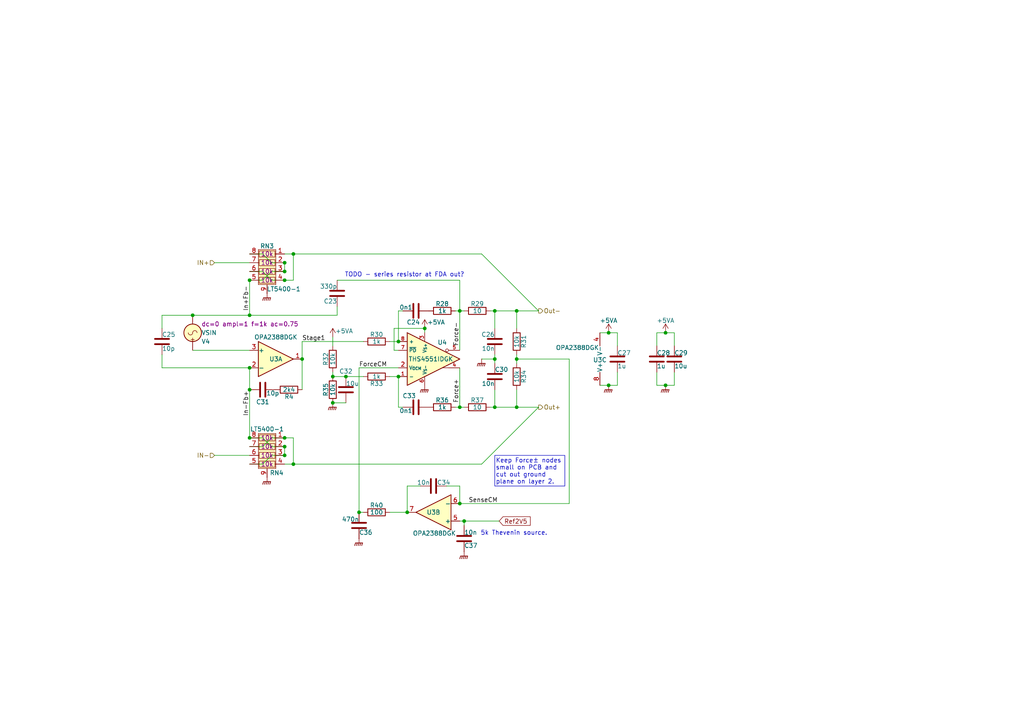
<source format=kicad_sch>
(kicad_sch (version 20250114) (generator "eeschema") (generator_version "9.0")
  (paper "A4")
  (lib_symbols
    (symbol "Amplifier_Difference:THS4521IDGK"
      (property "Reference" "U" (at 0 6.35 0))
      (property "Value" "THS4521IDGK" (at 10.16 -6.35 0))
      (symbol "THS4521IDGK_0_1"
        (polyline (pts (xy 4.4704 -2.54) (xy 2.54 -2.54)))
      )
      (symbol "THS4521IDGK_1_1"
        (polyline (pts (xy -7.62 7.62) (xy -7.62 -7.62) (xy 7.62 0) (xy -7.62 7.62)) (stroke (width 0.254)) (fill (type background)))
        (circle (center 3.937 2.54) (radius 0.4064))
        (pin input line (at -10.16 5.08 0) (length 2.54) (name "+") (number "8"))
        (pin input line (at -10.16 2.54 0) (length 2.54) (name "~{PD}") (number "7"))
        (pin input line (at -10.16 -2.54 0) (length 2.54) (name "V_{OCM}") (number "2"))
        (pin input line (at -10.16 -5.08 0) (length 2.54) (name "-") (number "1"))
        (pin power_in line (at -2.54 7.62 270) (length 2.54) (name "V_{S+}") (number "3"))
        (pin power_in line (at -2.54 -7.62 90) (length 2.54) (name "V_{S-}") (number "6"))
        (pin output line (at 7.62 2.54 180) (length 3.175) (name "") (number "5"))
        (pin output line (at 7.62 -2.54 180) (length 3.175) (name "") (number "4"))
      )
    )
    (symbol "Device:C" (pin_numbers (hide yes)) (pin_names (offset 0.254))
      (property "Reference" "C" (at 0.635 2.54 0))
      (property "Value" "C" (at 0.635 -2.54 0))
      (symbol "C_0_1"
        (polyline (pts (xy -2.032 0.762) (xy 2.032 0.762)) (stroke (width 0.508)))
        (polyline (pts (xy -2.032 -0.762) (xy 2.032 -0.762)) (stroke (width 0.508)))
      )
      (symbol "C_1_1"
        (pin passive line (at 0 3.81 270) (length 2.794) (name "~") (number "1"))
        (pin passive line (at 0 -3.81 90) (length 2.794) (name "~") (number "2"))
      )
    )
    (symbol "Device:R" (pin_numbers (hide yes)) (pin_names (offset 0))
      (property "Reference" "R" (at 2.032 0 90))
      (property "Value" "R" (at 0 0 90))
      (symbol "R_0_1"
        (rectangle (start -1.016 -2.54) (end 1.016 2.54) (stroke (width 0.254)))
      )
      (symbol "R_1_1"
        (pin passive line (at 0 3.81 270) (length 1.27) (name "~") (number "1"))
        (pin passive line (at 0 -3.81 90) (length 1.27) (name "~") (number "2"))
      )
    )
    (symbol "Parts:LT5400"
      (property "Reference" "RN" (at 0 7.366 0))
      (property "Value" "LT5400-1" (at 5.08 -4.826 0))
      (property "R1" "10k" (at 0 5.08 0))
      (property "R2" "10k" (at 0 2.54 0))
      (property "R3" "10k" (at 0 0 0))
      (property "R4" "10k" (at 0 -2.54 0))
      (symbol "LT5400_0_1"
        (polyline (pts (xy -2.54 5.08) (xy -2.286 5.08)))
        (polyline (pts (xy -2.54 2.54) (xy -2.286 2.54)))
        (polyline (pts (xy -2.54 0) (xy -2.286 0)))
        (polyline (pts (xy -2.54 -2.54) (xy -2.286 -2.54)))
        (rectangle (start -2.286 5.969) (end 2.286 4.191))
        (rectangle (start -2.286 3.429) (end 2.286 1.651))
        (rectangle (start -2.286 0.889) (end 2.286 -0.889))
        (rectangle (start -2.286 -1.651) (end 2.286 -3.429))
        (polyline (pts (xy 2.286 5.08) (xy 2.54 5.08)))
        (polyline (pts (xy 2.286 2.54) (xy 2.54 2.54)))
        (polyline (pts (xy 2.286 0) (xy 2.54 0)))
        (polyline (pts (xy 2.286 -2.54) (xy 2.54 -2.54)))
      )
      (symbol "LT5400_1_1"
        (polyline (pts (xy -5.08 0) (xy -5.08 0)))
        (rectangle (start -2.54 6.35) (end 2.54 -3.81) (fill (type background)))
        (pin passive line (at -5.08 5.08 0) (length 2.54) (name "~") (number "1"))
        (pin passive line (at -5.08 2.54 0) (length 2.54) (name "~") (number "2"))
        (pin passive line (at -5.08 0 0) (length 2.54) (name "~") (number "3"))
        (pin passive line (at -5.08 -2.54 0) (length 2.54) (name "~") (number "4"))
        (pin passive line (at 0 -6.35 90) (length 2.54) (name "~") (number "9"))
        (pin passive line (at 5.08 5.08 180) (length 2.54) (name "~") (number "8"))
        (pin passive line (at 5.08 2.54 180) (length 2.54) (name "~") (number "7"))
        (pin passive line (at 5.08 0 180) (length 2.54) (name "~") (number "6"))
        (pin passive line (at 5.08 -2.54 180) (length 2.54) (name "~") (number "5"))
      )
    )
    (symbol "Parts:OPA2388DGK" (pin_names (offset 0.002))
      (property "Reference" "U" (at 0 0 0))
      (property "Value" "OPA2388DGK" (at 3.556 4.572 0))
      (symbol "OPA2388DGK_1_1"
        (polyline (pts (xy 5.08 0) (xy -5.08 5.08) (xy -5.08 -5.08) (xy 5.08 0)) (stroke (width 0.254)) (fill (type background)))
        (pin input line (at -7.62 2.54 0) (length 2.54) (name "+") (number "3"))
        (pin input line (at -7.62 -2.54 0) (length 2.54) (name "-") (number "2"))
        (pin output line (at 7.62 0 180) (length 2.54) (name "~") (number "1"))
      )
      (symbol "OPA2388DGK_2_1"
        (polyline (pts (xy 5.08 0) (xy -5.08 5.08) (xy -5.08 -5.08) (xy 5.08 0)) (stroke (width 0.254)) (fill (type background)))
        (pin input line (at -7.62 2.54 0) (length 2.54) (name "+") (number "5"))
        (pin input line (at -7.62 -2.54 0) (length 2.54) (name "-") (number "6"))
        (pin output line (at 7.62 0 180) (length 2.54) (name "~") (number "7"))
      )
      (symbol "OPA2388DGK_3_1"
        (pin power_in line (at 0 7.62 270) (length 3.81) (name "V+") (number "8"))
        (pin power_in line (at 0 -7.62 90) (length 3.81) (name "V-") (number "4"))
      )
    )
    (symbol "Simulation_SPICE:VSIN" (pin_numbers (hide yes)) (pin_names (offset 0.0254))
      (property "Reference" "V" (at 2.54 2.54 0))
      (property "Value" "VSIN" (at 2.54 0 0))
      (property "Sim.Params" "dc=0 ampl=1 f=1k ac=1" (at 2.54 -2.54 0))
      (symbol "VSIN_0_0"
        (arc (start -1.27 0) (mid -0.635 0.6323) (end 0 0))
        (arc (start 1.27 0) (mid 0.635 -0.6323) (end 0 0))
        (text "+" (at 0 1.905 0) (effects (font (size 1.27 1.27))))
      )
      (symbol "VSIN_0_1"
        (circle (center 0 0) (radius 2.54) (stroke (width 0.254)) (fill (type background)))
      )
      (symbol "VSIN_1_1"
        (pin passive line (at 0 5.08 270) (length 2.54) (name "~") (number "1"))
        (pin passive line (at 0 -5.08 90) (length 2.54) (name "~") (number "2"))
      )
    )
    (symbol "power:+5VA" (power) (pin_numbers (hide yes)) (pin_names (offset 0) (hide yes))
      (property "Value" "+5VA" (at 0 3.556 0))
      (symbol "+5VA_0_1"
        (polyline (pts (xy -0.762 1.27) (xy 0 2.54)))
        (polyline (pts (xy 0 2.54) (xy 0.762 1.27)))
        (polyline (pts (xy 0 0) (xy 0 2.54)))
      )
      (symbol "+5VA_1_1"
        (pin power_in line (at 0 0 90) (length 0) (name "~") (number "1"))
      )
    )
    (symbol "power:GNDPWR" (power) (pin_numbers (hide yes)) (pin_names (offset 0) (hide yes))
      (property "Value" "GNDPWR" (at 0 -3.302 0))
      (symbol "GNDPWR_0_1"
        (polyline (pts (xy -1.016 -1.27) (xy -1.27 -2.032) (xy -1.27 -2.032)) (stroke (width 0.2032)))
        (polyline (pts (xy -0.508 -1.27) (xy -0.762 -2.032) (xy -0.762 -2.032)) (stroke (width 0.2032)))
        (polyline (pts (xy 0 -1.27) (xy 0 0)))
        (polyline (pts (xy 0 -1.27) (xy -0.254 -2.032) (xy -0.254 -2.032)) (stroke (width 0.2032)))
        (polyline (pts (xy 0.508 -1.27) (xy 0.254 -2.032) (xy 0.254 -2.032)) (stroke (width 0.2032)))
        (polyline (pts (xy 1.016 -1.27) (xy -1.016 -1.27) (xy -1.016 -1.27)) (stroke (width 0.2032)))
        (polyline (pts (xy 1.016 -1.27) (xy 0.762 -2.032) (xy 0.762 -2.032) (xy 0.762 -2.032)) (stroke (width 0.2032)))
      )
      (symbol "GNDPWR_1_1"
        (pin power_in line (at 0 0 270) (length 0) (name "~") (number "1"))
      )
    )
  )
  (text "5k Thevenin source." (at 149.098 154.686 0) (effects (font (size 1.27 1.27))))
  (text "TODO - series resistor at FDA out?" (at 117.348 79.756 0) (effects (font (size 1.27 1.27))))
  (text_box "Keep Force± nodes small on PCB and cut out ground plane on layer 2." (at 143.51 132.08 0) (size 20.3199 8.89) (margins 0.254 0.254 0.254 0.254) (effects (font (size 1.27 1.27)) (justify left)))
  (junction (at 104.14 148.59))
  (junction (at 96.52 109.22))
  (junction (at 133.35 118.11))
  (junction (at 118.11 148.59))
  (junction (at 193.04 96.52))
  (junction (at 82.55 132.08))
  (junction (at 176.53 111.76))
  (junction (at 82.55 129.54))
  (junction (at 115.57 99.06))
  (junction (at 82.55 76.2))
  (junction (at 82.55 78.74))
  (junction (at 134.62 151.13))
  (junction (at 143.51 104.14))
  (junction (at 82.55 127))
  (junction (at 133.35 90.17))
  (junction (at 100.33 109.22))
  (junction (at 123.19 95.25))
  (junction (at 85.09 73.66))
  (junction (at 149.86 104.14))
  (junction (at 143.51 118.11))
  (junction (at 72.39 81.28))
  (junction (at 96.52 116.84))
  (junction (at 72.39 113.03))
  (junction (at 87.63 104.14))
  (junction (at 55.88 91.44))
  (junction (at 133.35 146.05))
  (junction (at 115.57 109.22))
  (junction (at 82.55 81.28))
  (junction (at 143.51 90.17))
  (junction (at 72.39 106.68))
  (junction (at 72.39 127))
  (junction (at 149.86 90.17))
  (junction (at 85.09 134.62))
  (junction (at 176.53 96.52))
  (junction (at 193.04 111.76))
  (junction (at 149.86 118.11))
  (junction (at 72.39 91.44))
  (wire (pts (xy 72.39 81.28) (xy 72.39 91.44)))
  (wire (pts (xy 121.92 140.97) (xy 118.11 140.97)))
  (wire (pts (xy 72.39 113.03) (xy 72.39 127)))
  (wire (pts (xy 85.09 134.62) (xy 139.7 134.62)))
  (wire (pts (xy 78.74 81.28) (xy 76.2 78.74)))
  (wire (pts (xy 156.21 118.11) (xy 139.7 134.62)))
  (wire (pts (xy 116.84 118.11) (xy 115.57 118.11)))
  (wire (pts (xy 134.62 151.13) (xy 144.78 151.13)))
  (wire (pts (xy 115.57 106.68) (xy 104.14 106.68)))
  (wire (pts (xy 156.21 90.17) (xy 139.7 73.66)))
  (wire (pts (xy 72.39 78.74) (xy 76.2 78.74)))
  (wire (pts (xy 129.54 140.97) (xy 133.35 140.97)))
  (wire (pts (xy 142.24 118.11) (xy 143.51 118.11)))
  (wire (pts (xy 133.35 81.28) (xy 133.35 90.17)))
  (wire (pts (xy 195.58 100.33) (xy 195.58 96.52)))
  (wire (pts (xy 115.57 90.17) (xy 116.84 90.17)))
  (wire (pts (xy 149.86 113.03) (xy 149.86 118.11)))
  (wire (pts (xy 55.88 101.6) (xy 72.39 101.6)))
  (wire (pts (xy 143.51 90.17) (xy 149.86 90.17)))
  (wire (pts (xy 195.58 111.76) (xy 193.04 111.76)))
  (wire (pts (xy 87.63 104.14) (xy 87.63 99.06)))
  (wire (pts (xy 143.51 105.41) (xy 143.51 104.14)))
  (wire (pts (xy 133.35 118.11) (xy 134.62 118.11)))
  (wire (pts (xy 115.57 90.17) (xy 115.57 99.06)))
  (wire (pts (xy 87.63 99.06) (xy 105.41 99.06)))
  (wire (pts (xy 143.51 113.03) (xy 143.51 118.11)))
  (wire (pts (xy 114.3 95.25) (xy 123.19 95.25)))
  (wire (pts (xy 190.5 100.33) (xy 190.5 96.52)))
  (wire (pts (xy 115.57 101.6) (xy 114.3 101.6)))
  (wire (pts (xy 55.88 91.44) (xy 72.39 91.44)))
  (wire (pts (xy 72.39 127) (xy 76.2 127)))
  (wire (pts (xy 179.07 96.52) (xy 179.07 100.33)))
  (wire (pts (xy 87.63 104.14) (xy 87.63 113.03)))
  (wire (pts (xy 100.33 116.84) (xy 96.52 116.84)))
  (wire (pts (xy 82.55 132.08) (xy 82.55 129.54)))
  (wire (pts (xy 97.79 81.28) (xy 133.35 81.28)))
  (wire (pts (xy 72.39 106.68) (xy 72.39 113.03)))
  (wire (pts (xy 96.52 107.95) (xy 96.52 109.22)))
  (wire (pts (xy 113.03 148.59) (xy 118.11 148.59)))
  (wire (pts (xy 118.11 140.97) (xy 118.11 148.59)))
  (wire (pts (xy 133.35 90.17) (xy 134.62 90.17)))
  (wire (pts (xy 139.7 104.14) (xy 143.51 104.14)))
  (wire (pts (xy 143.51 104.14) (xy 143.51 102.87)))
  (wire (pts (xy 96.52 109.22) (xy 100.33 109.22)))
  (wire (pts (xy 85.09 134.62) (xy 85.09 127)))
  (wire (pts (xy 113.03 109.22) (xy 115.57 109.22)))
  (wire (pts (xy 134.62 152.4) (xy 134.62 151.13)))
  (wire (pts (xy 72.39 134.62) (xy 76.2 134.62)))
  (wire (pts (xy 195.58 96.52) (xy 193.04 96.52)))
  (wire (pts (xy 72.39 91.44) (xy 97.79 91.44)))
  (wire (pts (xy 190.5 107.95) (xy 190.5 111.76)))
  (wire (pts (xy 85.09 73.66) (xy 139.7 73.66)))
  (wire (pts (xy 176.53 111.76) (xy 179.07 111.76)))
  (wire (pts (xy 82.55 132.08) (xy 78.74 132.08)))
  (wire (pts (xy 173.99 96.52) (xy 176.53 96.52)))
  (wire (pts (xy 133.35 90.17) (xy 133.35 101.6)))
  (wire (pts (xy 114.3 95.25) (xy 114.3 101.6)))
  (wire (pts (xy 193.04 111.76) (xy 190.5 111.76)))
  (wire (pts (xy 78.74 132.08) (xy 76.2 134.62)))
  (wire (pts (xy 82.55 134.62) (xy 85.09 134.62)))
  (wire (pts (xy 143.51 118.11) (xy 149.86 118.11)))
  (wire (pts (xy 193.04 96.52) (xy 190.5 96.52)))
  (wire (pts (xy 82.55 127) (xy 85.09 127)))
  (wire (pts (xy 133.35 140.97) (xy 133.35 146.05)))
  (wire (pts (xy 82.55 73.66) (xy 85.09 73.66)))
  (wire (pts (xy 149.86 104.14) (xy 165.1 104.14)))
  (wire (pts (xy 78.74 76.2) (xy 76.2 73.66)))
  (wire (pts (xy 179.07 107.95) (xy 179.07 111.76)))
  (wire (pts (xy 176.53 96.52) (xy 179.07 96.52)))
  (wire (pts (xy 76.2 81.28) (xy 78.74 78.74)))
  (wire (pts (xy 149.86 104.14) (xy 149.86 105.41)))
  (wire (pts (xy 115.57 118.11) (xy 115.57 109.22)))
  (wire (pts (xy 82.55 76.2) (xy 82.55 78.74)))
  (wire (pts (xy 133.35 151.13) (xy 134.62 151.13)))
  (wire (pts (xy 123.19 95.25) (xy 123.19 96.52)))
  (wire (pts (xy 78.74 127) (xy 82.55 127)))
  (wire (pts (xy 72.39 73.66) (xy 76.2 73.66)))
  (wire (pts (xy 165.1 104.14) (xy 165.1 146.05)))
  (wire (pts (xy 46.99 91.44) (xy 55.88 91.44)))
  (wire (pts (xy 96.52 97.79) (xy 96.52 100.33)))
  (wire (pts (xy 46.99 102.87) (xy 46.99 106.68)))
  (wire (pts (xy 85.09 73.66) (xy 85.09 81.28)))
  (wire (pts (xy 132.08 118.11) (xy 133.35 118.11)))
  (wire (pts (xy 78.74 127) (xy 76.2 129.54)))
  (wire (pts (xy 195.58 107.95) (xy 195.58 111.76)))
  (wire (pts (xy 46.99 91.44) (xy 46.99 95.25)))
  (wire (pts (xy 133.35 146.05) (xy 165.1 146.05)))
  (wire (pts (xy 78.74 81.28) (xy 82.55 81.28)))
  (wire (pts (xy 62.23 132.08) (xy 72.39 132.08)))
  (wire (pts (xy 104.14 106.68) (xy 104.14 148.59)))
  (wire (pts (xy 82.55 81.28) (xy 85.09 81.28)))
  (wire (pts (xy 72.39 129.54) (xy 76.2 129.54)))
  (wire (pts (xy 113.03 99.06) (xy 115.57 99.06)))
  (wire (pts (xy 142.24 90.17) (xy 143.51 90.17)))
  (wire (pts (xy 149.86 118.11) (xy 156.21 118.11)))
  (wire (pts (xy 133.35 106.68) (xy 133.35 118.11)))
  (wire (pts (xy 149.86 90.17) (xy 149.86 95.25)))
  (wire (pts (xy 82.55 76.2) (xy 78.74 76.2)))
  (wire (pts (xy 78.74 129.54) (xy 82.55 129.54)))
  (wire (pts (xy 76.2 127) (xy 78.74 129.54)))
  (wire (pts (xy 62.23 76.2) (xy 72.39 76.2)))
  (wire (pts (xy 46.99 106.68) (xy 72.39 106.68)))
  (wire (pts (xy 100.33 109.22) (xy 105.41 109.22)))
  (wire (pts (xy 72.39 81.28) (xy 76.2 81.28)))
  (wire (pts (xy 149.86 102.87) (xy 149.86 104.14)))
  (wire (pts (xy 143.51 90.17) (xy 143.51 95.25)))
  (wire (pts (xy 149.86 90.17) (xy 156.21 90.17)))
  (wire (pts (xy 97.79 91.44) (xy 97.79 88.9)))
  (wire (pts (xy 104.14 148.59) (xy 105.41 148.59)))
  (wire (pts (xy 132.08 90.17) (xy 133.35 90.17)))
  (wire (pts (xy 78.74 78.74) (xy 82.55 78.74)))
  (wire (pts (xy 173.99 111.76) (xy 176.53 111.76)))
  (label "Stage1" (at 87.63 99.06 0))
  (label "In-Fb+" (at 72.39 120.65 90))
  (label "Force-" (at 133.35 100.33 90))
  (label "Force+" (at 133.35 116.84 90))
  (label "SenseCM" (at 135.89 146.05 0))
  (label "ForceCM" (at 104.14 106.68 0))
  (label "In+Fb-" (at 72.39 90.17 90))
  (global_label "Ref2V5" (shape input) (at 144.78 151.13 0) (property "Intersheetrefs" "${INTERSHEET_REFS}" (effects (hide yes))))
  (hierarchical_label "IN-" (shape input) (at 62.23 132.08 180))
  (hierarchical_label "Out-" (shape output) (at 156.21 90.17 0))
  (hierarchical_label "Out+" (shape output) (at 156.21 118.11 0))
  (hierarchical_label "IN+" (shape input) (at 62.23 76.2 180))
  (symbol (lib_id "Device:C") (at 125.73 140.97 90) (unit 1)
    (property "Reference" "C34" (at 126.746 139.954 90) (effects (justify right)))
    (property "Value" "10n" (at 124.714 139.954 90) (effects (justify left)))
    (property "Footprint" "Capacitor_SMD:C_0603_1608Metric" (effects (hide yes)))
    (property "Datasheet" "25V, C0G" (effects (hide yes)))
    (property "Description" "Unpolarized capacitor" (effects (hide yes)))
    (property "LCSC" "C307500" (effects (hide yes)))
  )
  (symbol (lib_id "power:+5VA") (at 96.52 97.79 0) (unit 1)
    (property "Reference" "#PWR0101" (effects (hide yes)))
    (property "Value" "+5VA" (at 99.822 96.012 0))
    (property "Description" "Power symbol creates a global label with name \"+5VA\"" (effects (hide yes)))
  )
  (symbol (lib_id "power:+5VA") (at 176.53 96.52 0) (unit 1)
    (property "Reference" "#PWR0109" (effects (hide yes)))
    (property "Value" "+5VA" (at 176.53 92.964 0))
    (property "Description" "Power symbol creates a global label with name \"+5VA\"" (effects (hide yes)))
  )
  (symbol (lib_id "Device:R") (at 149.86 99.06 0) (unit 1) (in_bom no)
    (property "Reference" "R31" (at 151.892 99.06 90))
    (property "Value" "10k" (at 149.86 99.06 90))
    (property "Footprint" "Resistor_SMD:R_0603_1608Metric" (effects (hide yes)))
    (property "Datasheet" "0.1%, 10ppm/°C" (effects (hide yes)))
    (property "Description" "Resistor" (effects (hide yes)))
  )
  (symbol (lib_id "power:GNDPWR") (at 104.14 156.21 0) (unit 1)
    (property "Reference" "#PWR0105" (effects (hide yes)))
    (property "Value" "GNDPWR" (effects (hide yes)))
    (property "Description" "Power symbol creates a global label with name \"GNDPWR\" , global ground" (effects (hide yes)))
  )
  (symbol (lib_id "Parts:OPA2388DGK") (at 125.73 148.59 180) (unit 2) (in_bom no)
    (property "Reference" "U3" (at 125.73 148.59 0))
    (property "Value" "OPA2388DGK" (at 125.984 154.686 0))
    (property "Footprint" "Parts:OPA2388" (effects (hide yes)))
    (property "Datasheet" "http://www.ti.com/lit/ds/symlink/opa2388.pdf" (effects (hide yes)))
    (property "Description" "Dual 5V, Precision, Rail-to-Rail Input/Output, Zero-drift, Operational Amplifier, SOIC-8" (effects (hide yes)))
    (property "LCSC" "C1517414" (effects (hide yes)))
    (property "Sim.Library" "spice/ideal.lib" (effects (hide yes)))
    (property "Sim.Name" "DualIdealOpAmp" (effects (hide yes)))
    (property "Sim.Device" "SUBCKT" (effects (hide yes)))
    (property "Sim.Pins" "1=out1 2=in1- 3=in1+ 5=in2+ 6=in2- 7=out2" (effects (hide yes)))
    (property "Sim.Params" "icap=1f" (effects (hide yes)))
  )
  (symbol (lib_id "Device:R") (at 149.86 109.22 0) (unit 1) (in_bom no)
    (property "Reference" "R34" (at 151.892 109.22 90))
    (property "Value" "10k" (at 149.86 109.22 90))
    (property "Footprint" "Resistor_SMD:R_0603_1608Metric" (effects (hide yes)))
    (property "Datasheet" "0.1%, 10ppm/°C" (effects (hide yes)))
    (property "Description" "Resistor" (effects (hide yes)))
  )
  (symbol (lib_id "power:GNDPWR") (at 123.19 111.76 0) (unit 1)
    (property "Reference" "#PWR0111" (effects (hide yes)))
    (property "Value" "GNDPWR" (effects (hide yes)))
    (property "Description" "Power symbol creates a global label with name \"GNDPWR\" , global ground" (effects (hide yes)))
  )
  (symbol (lib_id "Device:R") (at 138.43 118.11 270) (unit 1)
    (property "Reference" "R37" (at 138.43 116.078 90))
    (property "Value" "10" (at 138.43 118.11 90))
    (property "Footprint" "Resistor_SMD:R_0402_1005Metric" (effects (hide yes)))
    (property "Description" "Resistor" (effects (hide yes)))
    (property "LCSC" "C25076" (effects (hide yes)))
  )
  (symbol (lib_id "Device:C") (at 46.99 99.06 0) (unit 1)
    (property "Reference" "C25" (at 46.99 97.028 0) (effects (justify left)))
    (property "Value" "10p" (at 46.99 101.092 0) (effects (justify left)))
    (property "Description" "Unpolarized capacitor" (effects (hide yes)))
  )
  (symbol (lib_id "Device:C") (at 190.5 104.14 0) (unit 1)
    (property "Reference" "C28" (at 190.5 102.362 0) (effects (justify left)))
    (property "Value" "1u" (at 190.5 106.172 0) (effects (justify left)))
    (property "Footprint" "Capacitor_SMD:C_0402_1005Metric" (effects (hide yes)))
    (property "Datasheet" "25V" (effects (hide yes)))
    (property "Description" "Unpolarized capacitor" (effects (hide yes)))
    (property "LCSC" "C52923" (effects (hide yes)))
  )
  (symbol (lib_id "Device:R") (at 128.27 90.17 270) (mirror x) (unit 1)
    (property "Reference" "R28" (at 128.27 88.138 90))
    (property "Value" "1k" (at 128.27 90.17 90))
    (property "Footprint" "Resistor_SMD:R_0603_1608Metric" (effects (hide yes)))
    (property "Description" "Resistor" (effects (hide yes)))
    (property "LCSC" "C23350" (effects (hide yes)))
  )
  (symbol (lib_id "Device:C") (at 179.07 104.14 0) (unit 1)
    (property "Reference" "C27" (at 179.07 102.362 0) (effects (justify left)))
    (property "Value" "1u" (at 179.07 106.172 0) (effects (justify left)))
    (property "Footprint" "Capacitor_SMD:C_0402_1005Metric" (effects (hide yes)))
    (property "Datasheet" "25V" (effects (hide yes)))
    (property "Description" "Unpolarized capacitor" (effects (hide yes)))
    (property "LCSC" "C52923" (effects (hide yes)))
  )
  (symbol (lib_id "Device:C") (at 120.65 90.17 90) (unit 1)
    (property "Reference" "C24" (at 119.888 93.472 90))
    (property "Value" "0n1" (at 119.634 89.154 90) (effects (justify left)))
    (property "Footprint" "Capacitor_SMD:C_0603_1608Metric" (effects (hide yes)))
    (property "Datasheet" "Easy swap" (effects (hide yes)))
    (property "Description" "Unpolarized capacitor" (effects (hide yes)))
    (property "LCSC" "C14858" (effects (hide yes)))
  )
  (symbol (lib_id "Device:C") (at 134.62 156.21 0) (mirror y) (unit 1)
    (property "Reference" "C37" (at 134.62 158.242 0) (effects (justify right)))
    (property "Value" "10n" (at 134.62 154.432 0) (effects (justify right)))
    (property "Footprint" "Capacitor_SMD:C_0603_1608Metric" (effects (hide yes)))
    (property "Datasheet" "25V, C0G" (effects (hide yes)))
    (property "Description" "Unpolarized capacitor" (effects (hide yes)))
    (property "LCSC" "C307500" (effects (hide yes)))
  )
  (symbol (lib_id "Device:R") (at 83.82 113.03 270) (unit 1)
    (property "Reference" "R4" (at 83.82 115.062 90))
    (property "Value" "2k4" (at 83.82 113.03 90))
    (property "Description" "Resistor" (effects (hide yes)))
  )
  (symbol (lib_id "power:GNDPWR") (at 139.7 104.14 0) (unit 1)
    (property "Reference" "#PWR0108" (effects (hide yes)))
    (property "Value" "GNDPWR" (effects (hide yes)))
    (property "Description" "Power symbol creates a global label with name \"GNDPWR\" , global ground" (effects (hide yes)))
  )
  (symbol (lib_id "Parts:LT5400") (at 77.47 78.74 0) (mirror y) (unit 1)
    (property "Reference" "RN3" (at 77.47 71.374 0))
    (property "Value" "LT5400-1" (at 82.296 83.82 0))
    (property "Footprint" "Parts:MSOP-8-1EP_3x3mm_P0.65mm_EP1.68x1.88mm" (effects (hide yes)))
    (property "Datasheet" "0.2ppm/°C matching" (effects (hide yes)))
    (property "Description" "4 resistor network, parallel topology" (effects (hide yes)))
    (property "LCSC" "C1358072" (effects (hide yes)))
    (property "R1" "10k" (at 77.47 73.66 0))
    (property "R2" "10k" (at 77.47 76.2 0))
    (property "R3" "10k" (at 77.47 78.74 0))
    (property "R4" "10k" (at 77.47 81.28 0))
    (property "Sim.Library" "spice/lt5400.lib" (effects (hide yes)))
    (property "Sim.Name" "LT5400-1" (effects (hide yes)))
    (property "Sim.Device" "SUBCKT" (effects (hide yes)))
    (property "Sim.Pins" "1=a1 2=b1 3=c1 4=d1 5=d2 6=c2 7=b2 8=a2 9=pad" (effects (hide yes)))
  )
  (symbol (lib_id "power:GNDPWR") (at 77.47 85.09 0) (unit 1)
    (property "Reference" "#PWR0104" (effects (hide yes)))
    (property "Value" "GNDPWR" (effects (hide yes)))
    (property "Description" "Power symbol creates a global label with name \"GNDPWR\" , global ground" (effects (hide yes)))
  )
  (symbol (lib_id "Parts:OPA2388DGK") (at 173.99 104.14 0) (mirror x) (unit 3) (in_bom no)
    (property "Reference" "U3" (at 173.99 104.394 0))
    (property "Value" "OPA2388DGK" (at 173.736 100.838 0) (effects (justify right)))
    (property "Footprint" "Parts:OPA2388" (effects (hide yes)))
    (property "Datasheet" "http://www.ti.com/lit/ds/symlink/opa2388.pdf" (effects (hide yes)))
    (property "Description" "Dual 5V, Precision, Rail-to-Rail Input/Output, Zero-drift, Operational Amplifier, SOIC-8" (effects (hide yes)))
    (property "LCSC" "C1517414" (effects (hide yes)))
    (property "Sim.Library" "spice/ideal.lib" (effects (hide yes)))
    (property "Sim.Name" "DualIdealOpAmp" (effects (hide yes)))
    (property "Sim.Device" "SUBCKT" (effects (hide yes)))
    (property "Sim.Pins" "1=out1 2=in1- 3=in1+ 5=in2+ 6=in2- 7=out2" (effects (hide yes)))
    (property "Sim.Params" "icap=1f" (effects (hide yes)))
  )
  (symbol (lib_id "power:GNDPWR") (at 193.04 111.76 0) (unit 1)
    (property "Reference" "#PWR0116" (effects (hide yes)))
    (property "Value" "GNDPWR" (effects (hide yes)))
    (property "Description" "Power symbol creates a global label with name \"GNDPWR\" , global ground" (effects (hide yes)))
  )
  (symbol (lib_id "power:GNDPWR") (at 77.47 138.43 0) (unit 1)
    (property "Reference" "#PWR0103" (effects (hide yes)))
    (property "Value" "GNDPWR" (effects (hide yes)))
    (property "Description" "Power symbol creates a global label with name \"GNDPWR\" , global ground" (effects (hide yes)))
  )
  (symbol (lib_id "Device:C") (at 104.14 152.4 0) (mirror y) (unit 1)
    (property "Reference" "C36" (at 104.14 154.432 0) (effects (justify right)))
    (property "Value" "470n" (at 104.14 150.622 0) (effects (justify left)))
    (property "Footprint" "Capacitor_SMD:C_0402_1005Metric" (effects (hide yes)))
    (property "Datasheet" "10V" (effects (hide yes)))
    (property "Description" "Unpolarized capacitor" (effects (hide yes)))
    (property "LCSC" "C47339" (effects (hide yes)))
  )
  (symbol (lib_id "power:GNDPWR") (at 134.62 160.02 0) (unit 1)
    (property "Reference" "#PWR0107" (effects (hide yes)))
    (property "Value" "GNDPWR" (effects (hide yes)))
    (property "Description" "Power symbol creates a global label with name \"GNDPWR\" , global ground" (effects (hide yes)))
  )
  (symbol (lib_id "Device:C") (at 143.51 109.22 180) (unit 1)
    (property "Reference" "C30" (at 143.51 107.188 0) (effects (justify right)))
    (property "Value" "10n" (at 143.51 111.252 0) (effects (justify left)))
    (property "Footprint" "Capacitor_SMD:C_0603_1608Metric" (effects (hide yes)))
    (property "Datasheet" "25V, C0G" (effects (hide yes)))
    (property "Description" "Unpolarized capacitor" (effects (hide yes)))
    (property "LCSC" "C307500" (effects (hide yes)))
  )
  (symbol (lib_id "power:GNDPWR") (at 176.53 111.76 0) (unit 1)
    (property "Reference" "#PWR0113" (effects (hide yes)))
    (property "Value" "GNDPWR" (effects (hide yes)))
    (property "Description" "Power symbol creates a global label with name \"GNDPWR\" , global ground" (effects (hide yes)))
  )
  (symbol (lib_id "Device:R") (at 109.22 148.59 90) (unit 1)
    (property "Reference" "R40" (at 109.22 146.558 90))
    (property "Value" "100" (at 109.22 148.59 90))
    (property "Footprint" "Resistor_SMD:R_0402_1005Metric" (effects (hide yes)))
    (property "Description" "Resistor" (effects (hide yes)))
    (property "LCSC" "C25076" (effects (hide yes)))
  )
  (symbol (lib_id "Device:R") (at 138.43 90.17 270) (unit 1)
    (property "Reference" "R29" (at 138.43 88.138 90))
    (property "Value" "10" (at 138.43 90.17 90))
    (property "Footprint" "Resistor_SMD:R_0402_1005Metric" (effects (hide yes)))
    (property "Description" "Resistor" (effects (hide yes)))
    (property "LCSC" "C25076" (effects (hide yes)))
  )
  (symbol (lib_id "Device:C") (at 195.58 104.14 0) (unit 1)
    (property "Reference" "C29" (at 195.58 102.362 0) (effects (justify left)))
    (property "Value" "10u" (at 195.58 106.172 0) (effects (justify left)))
    (property "Footprint" "Capacitor_SMD:C_0603_1608Metric" (effects (hide yes)))
    (property "Datasheet" "25V" (effects (hide yes)))
    (property "Description" "Unpolarized capacitor" (effects (hide yes)))
    (property "LCSC" "C96446" (effects (hide yes)))
  )
  (symbol (lib_id "Device:C") (at 120.65 118.11 270) (unit 1)
    (property "Reference" "C33" (at 120.65 114.808 90) (effects (justify right)))
    (property "Value" "0n1" (at 119.634 119.126 90) (effects (justify right)))
    (property "Footprint" "Capacitor_SMD:C_0603_1608Metric" (effects (hide yes)))
    (property "Datasheet" "Easy swap" (effects (hide yes)))
    (property "Description" "Unpolarized capacitor" (effects (hide yes)))
    (property "LCSC" "C14858" (effects (hide yes)))
  )
  (symbol (lib_id "Device:R") (at 109.22 109.22 270) (unit 1)
    (property "Reference" "R33" (at 109.22 111.252 90))
    (property "Value" "1k" (at 109.22 109.22 90))
    (property "Footprint" "Resistor_SMD:R_0603_1608Metric" (effects (hide yes)))
    (property "Description" "Resistor" (effects (hide yes)))
    (property "LCSC" "C23350" (effects (hide yes)))
  )
  (symbol (lib_id "power:+5VA") (at 193.04 96.52 0) (unit 1)
    (property "Reference" "#PWR0112" (effects (hide yes)))
    (property "Value" "+5VA" (at 193.04 92.964 0))
    (property "Description" "Power symbol creates a global label with name \"+5VA\"" (effects (hide yes)))
  )
  (symbol (lib_id "Device:R") (at 109.22 99.06 270) (mirror x) (unit 1)
    (property "Reference" "R30" (at 109.22 97.028 90))
    (property "Value" "1k" (at 109.22 99.06 90))
    (property "Footprint" "Resistor_SMD:R_0603_1608Metric" (effects (hide yes)))
    (property "Description" "Resistor" (effects (hide yes)))
    (property "LCSC" "C23350" (effects (hide yes)))
  )
  (symbol (lib_id "Device:C") (at 97.79 85.09 0) (unit 1)
    (property "Reference" "C23" (at 97.79 87.376 0) (effects (justify right)))
    (property "Value" "330p" (at 97.79 83.058 0) (effects (justify right)))
    (property "Footprint" "Capacitor_SMD:C_0603_1608Metric" (effects (hide yes)))
    (property "Datasheet" "Easy swap" (effects (hide yes)))
    (property "Description" "Unpolarized capacitor" (effects (hide yes)))
  )
  (symbol (lib_id "Device:R") (at 96.52 104.14 0) (mirror x) (unit 1)
    (property "Reference" "R32" (at 94.488 104.14 90))
    (property "Value" "10k" (at 96.52 104.14 90))
    (property "Footprint" "Resistor_SMD:R_0402_1005Metric" (effects (hide yes)))
    (property "Description" "Resistor" (effects (hide yes)))
    (property "LCSC" "C25744" (effects (hide yes)))
  )
  (symbol (lib_id "Device:R") (at 96.52 113.03 0) (unit 1)
    (property "Reference" "R35" (at 94.488 113.03 90))
    (property "Value" "10k" (at 96.52 113.03 90))
    (property "Footprint" "Resistor_SMD:R_0402_1005Metric" (effects (hide yes)))
    (property "Description" "Resistor" (effects (hide yes)))
    (property "LCSC" "C25744" (effects (hide yes)))
  )
  (symbol (lib_id "Device:C") (at 76.2 113.03 270) (unit 1)
    (property "Reference" "C31" (at 76.2 116.586 90))
    (property "Value" "10p" (at 77.216 114.046 90) (effects (justify left)))
    (property "Footprint" "Capacitor_SMD:C_0603_1608Metric" (effects (hide yes)))
    (property "Datasheet" "Easy swap" (effects (hide yes)))
    (property "Description" "Unpolarized capacitor" (effects (hide yes)))
  )
  (symbol (lib_id "Parts:OPA2388DGK") (at 80.01 104.14 0) (unit 1) (in_bom no)
    (property "Reference" "U3" (at 80.01 104.14 0))
    (property "Value" "OPA2388DGK" (at 80.01 97.79 0))
    (property "Footprint" "Parts:OPA2388" (effects (hide yes)))
    (property "Datasheet" "http://www.ti.com/lit/ds/symlink/opa2388.pdf" (effects (hide yes)))
    (property "Description" "Dual 5V, Precision, Rail-to-Rail Input/Output, Zero-drift, Operational Amplifier, SOIC-8" (effects (hide yes)))
    (property "LCSC" "C1517414" (effects (hide yes)))
    (property "Sim.Library" "spice/ideal.lib" (effects (hide yes)))
    (property "Sim.Name" "DualIdealOpAmp" (effects (hide yes)))
    (property "Sim.Device" "SUBCKT" (effects (hide yes)))
    (property "Sim.Pins" "1=out1 2=in1- 3=in1+ 5=in2+ 6=in2- 7=out2" (effects (hide yes)))
    (property "Sim.Params" "icap=1f" (effects (hide yes)))
  )
  (symbol (lib_id "Device:C") (at 100.33 113.03 0) (mirror y) (unit 1)
    (property "Reference" "C32" (at 100.33 107.696 0))
    (property "Value" "10u" (at 100.33 111.252 0) (effects (justify right)))
    (property "Footprint" "Capacitor_SMD:C_0603_1608Metric" (effects (hide yes)))
    (property "Datasheet" "25V" (effects (hide yes)))
    (property "Description" "Unpolarized capacitor" (effects (hide yes)))
    (property "LCSC" "C96446" (effects (hide yes)))
  )
  (symbol (lib_id "Device:C") (at 143.51 99.06 0) (mirror y) (unit 1)
    (property "Reference" "C26" (at 143.51 97.028 0) (effects (justify left)))
    (property "Value" "10n" (at 143.51 101.092 0) (effects (justify left)))
    (property "Footprint" "Capacitor_SMD:C_0603_1608Metric" (effects (hide yes)))
    (property "Datasheet" "25V, C0G" (effects (hide yes)))
    (property "Description" "Unpolarized capacitor" (effects (hide yes)))
    (property "LCSC" "C307500" (effects (hide yes)))
  )
  (symbol (lib_id "power:GNDPWR") (at 96.52 116.84 0) (unit 1)
    (property "Reference" "#PWR0102" (effects (hide yes)))
    (property "Value" "GNDPWR" (effects (hide yes)))
    (property "Description" "Power symbol creates a global label with name \"GNDPWR\" , global ground" (effects (hide yes)))
  )
  (symbol (lib_id "Device:R") (at 128.27 118.11 270) (mirror x) (unit 1)
    (property "Reference" "R36" (at 128.27 116.078 90))
    (property "Value" "1k" (at 128.27 118.11 90))
    (property "Footprint" "Resistor_SMD:R_0603_1608Metric" (effects (hide yes)))
    (property "Description" "Resistor" (effects (hide yes)))
    (property "LCSC" "C23350" (effects (hide yes)))
  )
  (symbol (lib_id "Simulation_SPICE:VSIN") (at 55.88 96.52 0) (mirror x) (unit 1)
    (property "Reference" "V4" (at 58.42 99.06 0) (effects (justify left)))
    (property "Value" "VSIN" (at 58.42 96.52 0) (effects (justify left)))
    (property "Datasheet" "https://ngspice.sourceforge.io/docs/ngspice-html-manual/manual.xhtml#sec_Independent_Sources_for" (effects (hide yes)))
    (property "Description" "Voltage source, sinusoidal" (effects (hide yes)))
    (property "Sim.Pins" "1=+ 2=-" (effects (hide yes)))
    (property "Sim.Params" "dc=0 ampl=1 f=1k ac=0.75" (at 58.42 93.98 0) (effects (justify left)))
    (property "Sim.Type" "SIN" (effects (hide yes)))
    (property "Sim.Device" "V" (effects (hide yes)))
  )
  (symbol (lib_id "Amplifier_Difference:THS4521IDGK") (at 125.73 104.14 0) (unit 1) (in_bom no)
    (property "Reference" "U4" (at 128.27 99.314 0))
    (property "Value" "THS4551IDGK" (at 124.968 104.14 0))
    (property "Footprint" "Parts:OPA4521" (effects (hide yes)))
    (property "Datasheet" "https://www.ti.com/lit/ds/symlink/ths4521.pdf" (effects (hide yes)))
    (property "Description" "Very Low Power, Negative Rail Input, Rail to Rail Output, Fully Differential Amplifier, VSSOP-8" (effects (hide yes)))
    (property "LCSC" "C170157" (effects (hide yes)))
    (property "Sim.Library" "spice/ideal.lib" (effects (hide yes)))
    (property "Sim.Name" "IdealFDA" (effects (hide yes)))
    (property "Sim.Device" "SUBCKT" (effects (hide yes)))
    (property "Sim.Pins" "1=in- 2=vcm 3=vs+ 4=out+ 5=out- 6=vs- 8=in+" (effects (hide yes)))
  )
  (symbol (lib_id "Parts:LT5400") (at 77.47 132.08 0) (mirror y) (unit 1)
    (property "Reference" "RN4" (at 80.264 137.16 0))
    (property "Value" "LT5400-1" (at 77.47 124.46 0))
    (property "Footprint" "Parts:MSOP-8-1EP_3x3mm_P0.65mm_EP1.68x1.88mm" (effects (hide yes)))
    (property "Datasheet" "0.2ppm/°C matching" (effects (hide yes)))
    (property "Description" "4 resistor network, parallel topology" (effects (hide yes)))
    (property "LCSC" "C1358072" (effects (hide yes)))
    (property "R1" "10k" (at 77.47 127 0))
    (property "R2" "10k" (at 77.47 129.54 0))
    (property "R3" "10k" (at 77.47 132.08 0))
    (property "R4" "10k" (at 77.47 134.62 0))
    (property "Sim.Library" "spice/lt5400.lib" (effects (hide yes)))
    (property "Sim.Name" "LT5400-1" (effects (hide yes)))
    (property "Sim.Device" "SUBCKT" (effects (hide yes)))
    (property "Sim.Pins" "1=a1 2=b1 3=c1 4=d1 5=d2 6=c2 7=b2 8=a2 9=pad" (effects (hide yes)))
  )
  (symbol (lib_id "power:+5VA") (at 123.19 95.25 0) (unit 1)
    (property "Reference" "#PWR0106" (effects (hide yes)))
    (property "Value" "+5VA" (at 126.492 93.472 0))
    (property "Description" "Power symbol creates a global label with name \"+5VA\"" (effects (hide yes)))
  )
)
</source>
